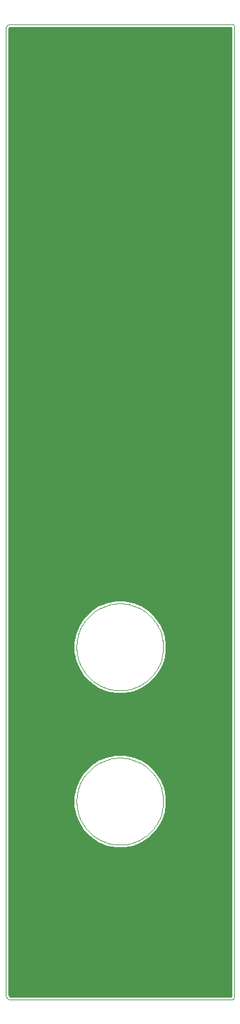
<source format=gbl>
G75*
%MOIN*%
%OFA0B0*%
%FSLAX24Y24*%
%IPPOS*%
%LPD*%
%AMOC8*
5,1,8,0,0,1.08239X$1,22.5*
%
%ADD10C,0.0000*%
%ADD11C,0.3200*%
%ADD12C,0.4000*%
%ADD13C,0.1660*%
%ADD14C,0.0100*%
D10*
X003260Y002648D02*
X003260Y052694D01*
X003262Y052724D01*
X003267Y052754D01*
X003276Y052783D01*
X003289Y052810D01*
X003304Y052836D01*
X003323Y052860D01*
X003344Y052881D01*
X003368Y052900D01*
X003394Y052915D01*
X003421Y052928D01*
X003450Y052937D01*
X003480Y052942D01*
X003510Y052944D01*
X015010Y052944D01*
X015030Y052942D01*
X015050Y052937D01*
X015068Y052928D01*
X015085Y052917D01*
X015099Y052903D01*
X015110Y052886D01*
X015119Y052868D01*
X015124Y052848D01*
X015126Y052828D01*
X015126Y002520D01*
X015124Y002500D01*
X015120Y002481D01*
X015112Y002462D01*
X015102Y002445D01*
X015089Y002430D01*
X015074Y002417D01*
X015057Y002407D01*
X015038Y002399D01*
X015019Y002395D01*
X014999Y002393D01*
X003515Y002393D01*
X003484Y002395D01*
X003454Y002400D01*
X003425Y002410D01*
X003396Y002422D01*
X003370Y002438D01*
X003346Y002457D01*
X003324Y002479D01*
X003305Y002503D01*
X003289Y002529D01*
X003277Y002558D01*
X003267Y002587D01*
X003262Y002617D01*
X003260Y002648D01*
X006943Y012669D02*
X006945Y012763D01*
X006951Y012857D01*
X006961Y012951D01*
X006975Y013044D01*
X006992Y013137D01*
X007014Y013229D01*
X007039Y013319D01*
X007068Y013409D01*
X007101Y013497D01*
X007138Y013584D01*
X007178Y013669D01*
X007221Y013753D01*
X007268Y013835D01*
X007319Y013914D01*
X007373Y013992D01*
X007430Y014067D01*
X007490Y014139D01*
X007553Y014209D01*
X007619Y014277D01*
X007687Y014341D01*
X007759Y014403D01*
X007833Y014461D01*
X007909Y014517D01*
X007987Y014569D01*
X008068Y014618D01*
X008151Y014663D01*
X008235Y014705D01*
X008321Y014743D01*
X008409Y014778D01*
X008498Y014809D01*
X008588Y014836D01*
X008679Y014860D01*
X008771Y014879D01*
X008864Y014895D01*
X008958Y014907D01*
X009052Y014915D01*
X009146Y014919D01*
X009240Y014919D01*
X009334Y014915D01*
X009428Y014907D01*
X009522Y014895D01*
X009615Y014879D01*
X009707Y014860D01*
X009798Y014836D01*
X009888Y014809D01*
X009977Y014778D01*
X010065Y014743D01*
X010151Y014705D01*
X010235Y014663D01*
X010318Y014618D01*
X010399Y014569D01*
X010477Y014517D01*
X010553Y014461D01*
X010627Y014403D01*
X010699Y014341D01*
X010767Y014277D01*
X010833Y014209D01*
X010896Y014139D01*
X010956Y014067D01*
X011013Y013992D01*
X011067Y013914D01*
X011118Y013835D01*
X011165Y013753D01*
X011208Y013669D01*
X011248Y013584D01*
X011285Y013497D01*
X011318Y013409D01*
X011347Y013319D01*
X011372Y013229D01*
X011394Y013137D01*
X011411Y013044D01*
X011425Y012951D01*
X011435Y012857D01*
X011441Y012763D01*
X011443Y012669D01*
X011441Y012575D01*
X011435Y012481D01*
X011425Y012387D01*
X011411Y012294D01*
X011394Y012201D01*
X011372Y012109D01*
X011347Y012019D01*
X011318Y011929D01*
X011285Y011841D01*
X011248Y011754D01*
X011208Y011669D01*
X011165Y011585D01*
X011118Y011503D01*
X011067Y011424D01*
X011013Y011346D01*
X010956Y011271D01*
X010896Y011199D01*
X010833Y011129D01*
X010767Y011061D01*
X010699Y010997D01*
X010627Y010935D01*
X010553Y010877D01*
X010477Y010821D01*
X010399Y010769D01*
X010318Y010720D01*
X010235Y010675D01*
X010151Y010633D01*
X010065Y010595D01*
X009977Y010560D01*
X009888Y010529D01*
X009798Y010502D01*
X009707Y010478D01*
X009615Y010459D01*
X009522Y010443D01*
X009428Y010431D01*
X009334Y010423D01*
X009240Y010419D01*
X009146Y010419D01*
X009052Y010423D01*
X008958Y010431D01*
X008864Y010443D01*
X008771Y010459D01*
X008679Y010478D01*
X008588Y010502D01*
X008498Y010529D01*
X008409Y010560D01*
X008321Y010595D01*
X008235Y010633D01*
X008151Y010675D01*
X008068Y010720D01*
X007987Y010769D01*
X007909Y010821D01*
X007833Y010877D01*
X007759Y010935D01*
X007687Y010997D01*
X007619Y011061D01*
X007553Y011129D01*
X007490Y011199D01*
X007430Y011271D01*
X007373Y011346D01*
X007319Y011424D01*
X007268Y011503D01*
X007221Y011585D01*
X007178Y011669D01*
X007138Y011754D01*
X007101Y011841D01*
X007068Y011929D01*
X007039Y012019D01*
X007014Y012109D01*
X006992Y012201D01*
X006975Y012294D01*
X006961Y012387D01*
X006951Y012481D01*
X006945Y012575D01*
X006943Y012669D01*
X006943Y020669D02*
X006945Y020763D01*
X006951Y020857D01*
X006961Y020951D01*
X006975Y021044D01*
X006992Y021137D01*
X007014Y021229D01*
X007039Y021319D01*
X007068Y021409D01*
X007101Y021497D01*
X007138Y021584D01*
X007178Y021669D01*
X007221Y021753D01*
X007268Y021835D01*
X007319Y021914D01*
X007373Y021992D01*
X007430Y022067D01*
X007490Y022139D01*
X007553Y022209D01*
X007619Y022277D01*
X007687Y022341D01*
X007759Y022403D01*
X007833Y022461D01*
X007909Y022517D01*
X007987Y022569D01*
X008068Y022618D01*
X008151Y022663D01*
X008235Y022705D01*
X008321Y022743D01*
X008409Y022778D01*
X008498Y022809D01*
X008588Y022836D01*
X008679Y022860D01*
X008771Y022879D01*
X008864Y022895D01*
X008958Y022907D01*
X009052Y022915D01*
X009146Y022919D01*
X009240Y022919D01*
X009334Y022915D01*
X009428Y022907D01*
X009522Y022895D01*
X009615Y022879D01*
X009707Y022860D01*
X009798Y022836D01*
X009888Y022809D01*
X009977Y022778D01*
X010065Y022743D01*
X010151Y022705D01*
X010235Y022663D01*
X010318Y022618D01*
X010399Y022569D01*
X010477Y022517D01*
X010553Y022461D01*
X010627Y022403D01*
X010699Y022341D01*
X010767Y022277D01*
X010833Y022209D01*
X010896Y022139D01*
X010956Y022067D01*
X011013Y021992D01*
X011067Y021914D01*
X011118Y021835D01*
X011165Y021753D01*
X011208Y021669D01*
X011248Y021584D01*
X011285Y021497D01*
X011318Y021409D01*
X011347Y021319D01*
X011372Y021229D01*
X011394Y021137D01*
X011411Y021044D01*
X011425Y020951D01*
X011435Y020857D01*
X011441Y020763D01*
X011443Y020669D01*
X011441Y020575D01*
X011435Y020481D01*
X011425Y020387D01*
X011411Y020294D01*
X011394Y020201D01*
X011372Y020109D01*
X011347Y020019D01*
X011318Y019929D01*
X011285Y019841D01*
X011248Y019754D01*
X011208Y019669D01*
X011165Y019585D01*
X011118Y019503D01*
X011067Y019424D01*
X011013Y019346D01*
X010956Y019271D01*
X010896Y019199D01*
X010833Y019129D01*
X010767Y019061D01*
X010699Y018997D01*
X010627Y018935D01*
X010553Y018877D01*
X010477Y018821D01*
X010399Y018769D01*
X010318Y018720D01*
X010235Y018675D01*
X010151Y018633D01*
X010065Y018595D01*
X009977Y018560D01*
X009888Y018529D01*
X009798Y018502D01*
X009707Y018478D01*
X009615Y018459D01*
X009522Y018443D01*
X009428Y018431D01*
X009334Y018423D01*
X009240Y018419D01*
X009146Y018419D01*
X009052Y018423D01*
X008958Y018431D01*
X008864Y018443D01*
X008771Y018459D01*
X008679Y018478D01*
X008588Y018502D01*
X008498Y018529D01*
X008409Y018560D01*
X008321Y018595D01*
X008235Y018633D01*
X008151Y018675D01*
X008068Y018720D01*
X007987Y018769D01*
X007909Y018821D01*
X007833Y018877D01*
X007759Y018935D01*
X007687Y018997D01*
X007619Y019061D01*
X007553Y019129D01*
X007490Y019199D01*
X007430Y019271D01*
X007373Y019346D01*
X007319Y019424D01*
X007268Y019503D01*
X007221Y019585D01*
X007178Y019669D01*
X007138Y019754D01*
X007101Y019841D01*
X007068Y019929D01*
X007039Y020019D01*
X007014Y020109D01*
X006992Y020201D01*
X006975Y020294D01*
X006961Y020387D01*
X006951Y020481D01*
X006945Y020575D01*
X006943Y020669D01*
D11*
X006437Y040169D03*
X006437Y044669D03*
D12*
X009193Y031169D03*
D13*
X007023Y051763D02*
X005363Y051763D01*
X005363Y003574D02*
X007023Y003574D01*
D14*
X003430Y003575D02*
X014956Y003575D01*
X014956Y003477D02*
X003430Y003477D01*
X003430Y003378D02*
X014956Y003378D01*
X014956Y003280D02*
X003430Y003280D01*
X003430Y003181D02*
X014956Y003181D01*
X014956Y003083D02*
X003430Y003083D01*
X003430Y002984D02*
X014956Y002984D01*
X014956Y002886D02*
X003430Y002886D01*
X003430Y002787D02*
X014956Y002787D01*
X014956Y002689D02*
X003430Y002689D01*
X003430Y002648D02*
X003432Y002626D01*
X003454Y002588D01*
X003493Y002566D01*
X003515Y002563D01*
X014956Y002563D01*
X014956Y052774D01*
X003510Y052774D01*
X003489Y052772D01*
X003453Y052751D01*
X003432Y052715D01*
X003430Y052694D01*
X003430Y002648D01*
X003453Y002590D02*
X014956Y002590D01*
X014956Y003674D02*
X003430Y003674D01*
X003430Y003772D02*
X014956Y003772D01*
X014956Y003871D02*
X003430Y003871D01*
X003430Y003969D02*
X014956Y003969D01*
X014956Y004068D02*
X003430Y004068D01*
X003430Y004166D02*
X014956Y004166D01*
X014956Y004265D02*
X003430Y004265D01*
X003430Y004363D02*
X014956Y004363D01*
X014956Y004462D02*
X003430Y004462D01*
X003430Y004560D02*
X014956Y004560D01*
X014956Y004659D02*
X003430Y004659D01*
X003430Y004757D02*
X014956Y004757D01*
X014956Y004856D02*
X003430Y004856D01*
X003430Y004954D02*
X014956Y004954D01*
X014956Y005053D02*
X003430Y005053D01*
X003430Y005151D02*
X014956Y005151D01*
X014956Y005250D02*
X003430Y005250D01*
X003430Y005348D02*
X014956Y005348D01*
X014956Y005447D02*
X003430Y005447D01*
X003430Y005545D02*
X014956Y005545D01*
X014956Y005644D02*
X003430Y005644D01*
X003430Y005742D02*
X014956Y005742D01*
X014956Y005841D02*
X003430Y005841D01*
X003430Y005939D02*
X014956Y005939D01*
X014956Y006038D02*
X003430Y006038D01*
X003430Y006136D02*
X014956Y006136D01*
X014956Y006235D02*
X003430Y006235D01*
X003430Y006333D02*
X014956Y006333D01*
X014956Y006432D02*
X003430Y006432D01*
X003430Y006530D02*
X014956Y006530D01*
X014956Y006629D02*
X003430Y006629D01*
X003430Y006727D02*
X014956Y006727D01*
X014956Y006826D02*
X003430Y006826D01*
X003430Y006924D02*
X014956Y006924D01*
X014956Y007023D02*
X003430Y007023D01*
X003430Y007121D02*
X014956Y007121D01*
X014956Y007220D02*
X003430Y007220D01*
X003430Y007318D02*
X014956Y007318D01*
X014956Y007417D02*
X003430Y007417D01*
X003430Y007515D02*
X014956Y007515D01*
X014956Y007614D02*
X003430Y007614D01*
X003430Y007712D02*
X014956Y007712D01*
X014956Y007811D02*
X003430Y007811D01*
X003430Y007909D02*
X014956Y007909D01*
X014956Y008008D02*
X003430Y008008D01*
X003430Y008106D02*
X014956Y008106D01*
X014956Y008205D02*
X003430Y008205D01*
X003430Y008303D02*
X014956Y008303D01*
X014956Y008402D02*
X003430Y008402D01*
X003430Y008500D02*
X014956Y008500D01*
X014956Y008599D02*
X003430Y008599D01*
X003430Y008697D02*
X014956Y008697D01*
X014956Y008796D02*
X003430Y008796D01*
X003430Y008894D02*
X014956Y008894D01*
X014956Y008993D02*
X003430Y008993D01*
X003430Y009091D02*
X014956Y009091D01*
X014956Y009190D02*
X003430Y009190D01*
X003430Y009288D02*
X014956Y009288D01*
X014956Y009387D02*
X003430Y009387D01*
X003430Y009485D02*
X014956Y009485D01*
X014956Y009584D02*
X003430Y009584D01*
X003430Y009682D02*
X014956Y009682D01*
X014956Y009781D02*
X003430Y009781D01*
X003430Y009879D02*
X014956Y009879D01*
X014956Y009978D02*
X003430Y009978D01*
X003430Y010076D02*
X014956Y010076D01*
X014956Y010175D02*
X003430Y010175D01*
X003430Y010273D02*
X008831Y010273D01*
X008954Y010249D02*
X008487Y010342D01*
X008046Y010524D01*
X007650Y010789D01*
X007313Y011126D01*
X007048Y011523D01*
X006866Y011963D01*
X006773Y012431D01*
X006773Y012907D01*
X006866Y013375D01*
X007048Y013815D01*
X007313Y014212D01*
X007650Y014549D01*
X008046Y014813D01*
X008487Y014996D01*
X008954Y015089D01*
X009431Y015089D01*
X009898Y014996D01*
X010339Y014813D01*
X010735Y014549D01*
X011072Y014212D01*
X011337Y013815D01*
X011520Y013375D01*
X011613Y012907D01*
X011613Y012431D01*
X011520Y011963D01*
X011337Y011523D01*
X011072Y011126D01*
X010735Y010789D01*
X010339Y010524D01*
X009898Y010342D01*
X009431Y010249D01*
X008954Y010249D01*
X008414Y010372D02*
X003430Y010372D01*
X003430Y010470D02*
X008177Y010470D01*
X007980Y010569D02*
X003430Y010569D01*
X003430Y010667D02*
X007832Y010667D01*
X007685Y010766D02*
X003430Y010766D01*
X003430Y010864D02*
X007575Y010864D01*
X007476Y010963D02*
X003430Y010963D01*
X003430Y011061D02*
X007378Y011061D01*
X007290Y011160D02*
X003430Y011160D01*
X003430Y011258D02*
X007225Y011258D01*
X007159Y011357D02*
X003430Y011357D01*
X003430Y011455D02*
X007093Y011455D01*
X007035Y011554D02*
X003430Y011554D01*
X003430Y011652D02*
X006994Y011652D01*
X006953Y011751D02*
X003430Y011751D01*
X003430Y011849D02*
X006913Y011849D01*
X006872Y011948D02*
X003430Y011948D01*
X003430Y012046D02*
X006849Y012046D01*
X006829Y012145D02*
X003430Y012145D01*
X003430Y012243D02*
X006810Y012243D01*
X006790Y012342D02*
X003430Y012342D01*
X003430Y012440D02*
X006773Y012440D01*
X006773Y012539D02*
X003430Y012539D01*
X003430Y012637D02*
X006773Y012637D01*
X006773Y012736D02*
X003430Y012736D01*
X003430Y012834D02*
X006773Y012834D01*
X006778Y012933D02*
X003430Y012933D01*
X003430Y013031D02*
X006797Y013031D01*
X006817Y013130D02*
X003430Y013130D01*
X003430Y013228D02*
X006836Y013228D01*
X006856Y013327D02*
X003430Y013327D01*
X003430Y013425D02*
X006887Y013425D01*
X006927Y013524D02*
X003430Y013524D01*
X003430Y013622D02*
X006968Y013622D01*
X007009Y013721D02*
X003430Y013721D01*
X003430Y013819D02*
X007051Y013819D01*
X007117Y013918D02*
X003430Y013918D01*
X003430Y014016D02*
X007182Y014016D01*
X007248Y014115D02*
X003430Y014115D01*
X003430Y014213D02*
X007315Y014213D01*
X007413Y014312D02*
X003430Y014312D01*
X003430Y014410D02*
X007512Y014410D01*
X007610Y014509D02*
X003430Y014509D01*
X003430Y014607D02*
X007738Y014607D01*
X007885Y014706D02*
X003430Y014706D01*
X003430Y014804D02*
X008033Y014804D01*
X008262Y014903D02*
X003430Y014903D01*
X003430Y015001D02*
X008514Y015001D01*
X009871Y015001D02*
X014956Y015001D01*
X014956Y014903D02*
X010123Y014903D01*
X010353Y014804D02*
X014956Y014804D01*
X014956Y014706D02*
X010500Y014706D01*
X010647Y014607D02*
X014956Y014607D01*
X014956Y014509D02*
X010775Y014509D01*
X010874Y014410D02*
X014956Y014410D01*
X014956Y014312D02*
X010972Y014312D01*
X011071Y014213D02*
X014956Y014213D01*
X014956Y014115D02*
X011137Y014115D01*
X011203Y014016D02*
X014956Y014016D01*
X014956Y013918D02*
X011269Y013918D01*
X011334Y013819D02*
X014956Y013819D01*
X014956Y013721D02*
X011376Y013721D01*
X011417Y013622D02*
X014956Y013622D01*
X014956Y013524D02*
X011458Y013524D01*
X011499Y013425D02*
X014956Y013425D01*
X014956Y013327D02*
X011529Y013327D01*
X011549Y013228D02*
X014956Y013228D01*
X014956Y013130D02*
X011568Y013130D01*
X011588Y013031D02*
X014956Y013031D01*
X014956Y012933D02*
X011607Y012933D01*
X011613Y012834D02*
X014956Y012834D01*
X014956Y012736D02*
X011613Y012736D01*
X011613Y012637D02*
X014956Y012637D01*
X014956Y012539D02*
X011613Y012539D01*
X011613Y012440D02*
X014956Y012440D01*
X014956Y012342D02*
X011595Y012342D01*
X011575Y012243D02*
X014956Y012243D01*
X014956Y012145D02*
X011556Y012145D01*
X011536Y012046D02*
X014956Y012046D01*
X014956Y011948D02*
X011513Y011948D01*
X011472Y011849D02*
X014956Y011849D01*
X014956Y011751D02*
X011432Y011751D01*
X011391Y011652D02*
X014956Y011652D01*
X014956Y011554D02*
X011350Y011554D01*
X011292Y011455D02*
X014956Y011455D01*
X014956Y011357D02*
X011226Y011357D01*
X011161Y011258D02*
X014956Y011258D01*
X014956Y011160D02*
X011095Y011160D01*
X011007Y011061D02*
X014956Y011061D01*
X014956Y010963D02*
X010909Y010963D01*
X010810Y010864D02*
X014956Y010864D01*
X014956Y010766D02*
X010700Y010766D01*
X010553Y010667D02*
X014956Y010667D01*
X014956Y010569D02*
X010405Y010569D01*
X010209Y010470D02*
X014956Y010470D01*
X014956Y010372D02*
X009971Y010372D01*
X009554Y010273D02*
X014956Y010273D01*
X014956Y015100D02*
X003430Y015100D01*
X003430Y015198D02*
X014956Y015198D01*
X014956Y015297D02*
X003430Y015297D01*
X003430Y015395D02*
X014956Y015395D01*
X014956Y015494D02*
X003430Y015494D01*
X003430Y015592D02*
X014956Y015592D01*
X014956Y015691D02*
X003430Y015691D01*
X003430Y015789D02*
X014956Y015789D01*
X014956Y015888D02*
X003430Y015888D01*
X003430Y015986D02*
X014956Y015986D01*
X014956Y016085D02*
X003430Y016085D01*
X003430Y016183D02*
X014956Y016183D01*
X014956Y016282D02*
X003430Y016282D01*
X003430Y016380D02*
X014956Y016380D01*
X014956Y016479D02*
X003430Y016479D01*
X003430Y016577D02*
X014956Y016577D01*
X014956Y016676D02*
X003430Y016676D01*
X003430Y016774D02*
X014956Y016774D01*
X014956Y016873D02*
X003430Y016873D01*
X003430Y016971D02*
X014956Y016971D01*
X014956Y017070D02*
X003430Y017070D01*
X003430Y017168D02*
X014956Y017168D01*
X014956Y017267D02*
X003430Y017267D01*
X003430Y017365D02*
X014956Y017365D01*
X014956Y017464D02*
X003430Y017464D01*
X003430Y017562D02*
X014956Y017562D01*
X014956Y017661D02*
X003430Y017661D01*
X003430Y017759D02*
X014956Y017759D01*
X014956Y017858D02*
X003430Y017858D01*
X003430Y017956D02*
X014956Y017956D01*
X014956Y018055D02*
X003430Y018055D01*
X003430Y018153D02*
X014956Y018153D01*
X014956Y018252D02*
X009446Y018252D01*
X009431Y018249D02*
X009898Y018342D01*
X010339Y018524D01*
X010735Y018789D01*
X011072Y019126D01*
X011337Y019523D01*
X011520Y019963D01*
X011613Y020431D01*
X011613Y020907D01*
X011520Y021375D01*
X011337Y021815D01*
X011072Y022212D01*
X010735Y022549D01*
X010339Y022813D01*
X009898Y022996D01*
X009431Y023089D01*
X008954Y023089D01*
X008487Y022996D01*
X008046Y022813D01*
X007650Y022549D01*
X007313Y022212D01*
X007048Y021815D01*
X006866Y021375D01*
X006773Y020907D01*
X006773Y020431D01*
X006866Y019963D01*
X007048Y019523D01*
X007313Y019126D01*
X007650Y018789D01*
X008046Y018524D01*
X008487Y018342D01*
X008954Y018249D01*
X009431Y018249D01*
X008939Y018252D02*
X003430Y018252D01*
X003430Y018350D02*
X008466Y018350D01*
X008228Y018449D02*
X003430Y018449D01*
X003430Y018547D02*
X008012Y018547D01*
X007864Y018646D02*
X003430Y018646D01*
X003430Y018744D02*
X007717Y018744D01*
X007596Y018843D02*
X003430Y018843D01*
X003430Y018941D02*
X007498Y018941D01*
X007399Y019040D02*
X003430Y019040D01*
X003430Y019138D02*
X007305Y019138D01*
X007239Y019237D02*
X003430Y019237D01*
X003430Y019335D02*
X007173Y019335D01*
X007107Y019434D02*
X003430Y019434D01*
X003430Y019532D02*
X007044Y019532D01*
X007003Y019631D02*
X003430Y019631D01*
X003430Y019729D02*
X006962Y019729D01*
X006922Y019828D02*
X003430Y019828D01*
X003430Y019926D02*
X006881Y019926D01*
X006853Y020025D02*
X003430Y020025D01*
X003430Y020123D02*
X006834Y020123D01*
X006814Y020222D02*
X003430Y020222D01*
X003430Y020320D02*
X006795Y020320D01*
X006775Y020419D02*
X003430Y020419D01*
X003430Y020517D02*
X006773Y020517D01*
X006773Y020616D02*
X003430Y020616D01*
X003430Y020714D02*
X006773Y020714D01*
X006773Y020813D02*
X003430Y020813D01*
X003430Y020911D02*
X006773Y020911D01*
X006793Y021010D02*
X003430Y021010D01*
X003430Y021108D02*
X006813Y021108D01*
X006832Y021207D02*
X003430Y021207D01*
X003430Y021305D02*
X006852Y021305D01*
X006878Y021404D02*
X003430Y021404D01*
X003430Y021502D02*
X006918Y021502D01*
X006959Y021601D02*
X003430Y021601D01*
X003430Y021699D02*
X007000Y021699D01*
X007041Y021798D02*
X003430Y021798D01*
X003430Y021896D02*
X007102Y021896D01*
X007168Y021995D02*
X003430Y021995D01*
X003430Y022093D02*
X007234Y022093D01*
X007300Y022192D02*
X003430Y022192D01*
X003430Y022290D02*
X007392Y022290D01*
X007490Y022389D02*
X003430Y022389D01*
X003430Y022487D02*
X007589Y022487D01*
X007706Y022586D02*
X003430Y022586D01*
X003430Y022684D02*
X007853Y022684D01*
X008000Y022783D02*
X003430Y022783D01*
X003430Y022881D02*
X008210Y022881D01*
X008448Y022980D02*
X003430Y022980D01*
X003430Y023078D02*
X008901Y023078D01*
X009484Y023078D02*
X014956Y023078D01*
X014956Y022980D02*
X009937Y022980D01*
X010175Y022881D02*
X014956Y022881D01*
X014956Y022783D02*
X010385Y022783D01*
X010532Y022684D02*
X014956Y022684D01*
X014956Y022586D02*
X010680Y022586D01*
X010797Y022487D02*
X014956Y022487D01*
X014956Y022389D02*
X010895Y022389D01*
X010994Y022290D02*
X014956Y022290D01*
X014956Y022192D02*
X011085Y022192D01*
X011151Y022093D02*
X014956Y022093D01*
X014956Y021995D02*
X011217Y021995D01*
X011283Y021896D02*
X014956Y021896D01*
X014956Y021798D02*
X011344Y021798D01*
X011385Y021699D02*
X014956Y021699D01*
X014956Y021601D02*
X011426Y021601D01*
X011467Y021502D02*
X014956Y021502D01*
X014956Y021404D02*
X011508Y021404D01*
X011533Y021305D02*
X014956Y021305D01*
X014956Y021207D02*
X011553Y021207D01*
X011573Y021108D02*
X014956Y021108D01*
X014956Y021010D02*
X011592Y021010D01*
X011612Y020911D02*
X014956Y020911D01*
X014956Y020813D02*
X011613Y020813D01*
X011613Y020714D02*
X014956Y020714D01*
X014956Y020616D02*
X011613Y020616D01*
X011613Y020517D02*
X014956Y020517D01*
X014956Y020419D02*
X011610Y020419D01*
X011591Y020320D02*
X014956Y020320D01*
X014956Y020222D02*
X011571Y020222D01*
X011551Y020123D02*
X014956Y020123D01*
X014956Y020025D02*
X011532Y020025D01*
X011504Y019926D02*
X014956Y019926D01*
X014956Y019828D02*
X011464Y019828D01*
X011423Y019729D02*
X014956Y019729D01*
X014956Y019631D02*
X011382Y019631D01*
X011341Y019532D02*
X014956Y019532D01*
X014956Y019434D02*
X011278Y019434D01*
X011212Y019335D02*
X014956Y019335D01*
X014956Y019237D02*
X011146Y019237D01*
X011080Y019138D02*
X014956Y019138D01*
X014956Y019040D02*
X010986Y019040D01*
X010887Y018941D02*
X014956Y018941D01*
X014956Y018843D02*
X010789Y018843D01*
X010668Y018744D02*
X014956Y018744D01*
X014956Y018646D02*
X010521Y018646D01*
X010373Y018547D02*
X014956Y018547D01*
X014956Y018449D02*
X010157Y018449D01*
X009919Y018350D02*
X014956Y018350D01*
X014956Y023177D02*
X003430Y023177D01*
X003430Y023275D02*
X014956Y023275D01*
X014956Y023374D02*
X003430Y023374D01*
X003430Y023472D02*
X014956Y023472D01*
X014956Y023571D02*
X003430Y023571D01*
X003430Y023669D02*
X014956Y023669D01*
X014956Y023768D02*
X003430Y023768D01*
X003430Y023866D02*
X014956Y023866D01*
X014956Y023965D02*
X003430Y023965D01*
X003430Y024063D02*
X014956Y024063D01*
X014956Y024162D02*
X003430Y024162D01*
X003430Y024260D02*
X014956Y024260D01*
X014956Y024359D02*
X003430Y024359D01*
X003430Y024457D02*
X014956Y024457D01*
X014956Y024556D02*
X003430Y024556D01*
X003430Y024654D02*
X014956Y024654D01*
X014956Y024753D02*
X003430Y024753D01*
X003430Y024851D02*
X014956Y024851D01*
X014956Y024950D02*
X003430Y024950D01*
X003430Y025048D02*
X014956Y025048D01*
X014956Y025147D02*
X003430Y025147D01*
X003430Y025245D02*
X014956Y025245D01*
X014956Y025344D02*
X003430Y025344D01*
X003430Y025442D02*
X014956Y025442D01*
X014956Y025541D02*
X003430Y025541D01*
X003430Y025639D02*
X014956Y025639D01*
X014956Y025738D02*
X003430Y025738D01*
X003430Y025836D02*
X014956Y025836D01*
X014956Y025935D02*
X003430Y025935D01*
X003430Y026033D02*
X014956Y026033D01*
X014956Y026132D02*
X003430Y026132D01*
X003430Y026230D02*
X014956Y026230D01*
X014956Y026329D02*
X003430Y026329D01*
X003430Y026427D02*
X014956Y026427D01*
X014956Y026526D02*
X003430Y026526D01*
X003430Y026624D02*
X014956Y026624D01*
X014956Y026723D02*
X003430Y026723D01*
X003430Y026821D02*
X014956Y026821D01*
X014956Y026920D02*
X003430Y026920D01*
X003430Y027018D02*
X014956Y027018D01*
X014956Y027117D02*
X003430Y027117D01*
X003430Y027215D02*
X014956Y027215D01*
X014956Y027314D02*
X003430Y027314D01*
X003430Y027412D02*
X014956Y027412D01*
X014956Y027511D02*
X003430Y027511D01*
X003430Y027609D02*
X014956Y027609D01*
X014956Y027708D02*
X003430Y027708D01*
X003430Y027806D02*
X014956Y027806D01*
X014956Y027905D02*
X003430Y027905D01*
X003430Y028003D02*
X014956Y028003D01*
X014956Y028102D02*
X003430Y028102D01*
X003430Y028200D02*
X014956Y028200D01*
X014956Y028299D02*
X003430Y028299D01*
X003430Y028397D02*
X014956Y028397D01*
X014956Y028496D02*
X003430Y028496D01*
X003430Y028594D02*
X014956Y028594D01*
X014956Y028693D02*
X003430Y028693D01*
X003430Y028791D02*
X014956Y028791D01*
X014956Y028890D02*
X003430Y028890D01*
X003430Y028988D02*
X014956Y028988D01*
X014956Y029087D02*
X003430Y029087D01*
X003430Y029185D02*
X014956Y029185D01*
X014956Y029284D02*
X003430Y029284D01*
X003430Y029382D02*
X014956Y029382D01*
X014956Y029481D02*
X003430Y029481D01*
X003430Y029579D02*
X014956Y029579D01*
X014956Y029678D02*
X003430Y029678D01*
X003430Y029776D02*
X014956Y029776D01*
X014956Y029875D02*
X003430Y029875D01*
X003430Y029973D02*
X014956Y029973D01*
X014956Y030072D02*
X003430Y030072D01*
X003430Y030170D02*
X014956Y030170D01*
X014956Y030269D02*
X003430Y030269D01*
X003430Y030367D02*
X014956Y030367D01*
X014956Y030466D02*
X003430Y030466D01*
X003430Y030564D02*
X014956Y030564D01*
X014956Y030663D02*
X003430Y030663D01*
X003430Y030761D02*
X014956Y030761D01*
X014956Y030860D02*
X003430Y030860D01*
X003430Y030958D02*
X014956Y030958D01*
X014956Y031057D02*
X003430Y031057D01*
X003430Y031155D02*
X014956Y031155D01*
X014956Y031254D02*
X003430Y031254D01*
X003430Y031352D02*
X014956Y031352D01*
X014956Y031451D02*
X003430Y031451D01*
X003430Y031549D02*
X014956Y031549D01*
X014956Y031648D02*
X003430Y031648D01*
X003430Y031746D02*
X014956Y031746D01*
X014956Y031845D02*
X003430Y031845D01*
X003430Y031943D02*
X014956Y031943D01*
X014956Y032042D02*
X003430Y032042D01*
X003430Y032140D02*
X014956Y032140D01*
X014956Y032239D02*
X003430Y032239D01*
X003430Y032337D02*
X014956Y032337D01*
X014956Y032436D02*
X003430Y032436D01*
X003430Y032534D02*
X014956Y032534D01*
X014956Y032633D02*
X003430Y032633D01*
X003430Y032731D02*
X014956Y032731D01*
X014956Y032830D02*
X003430Y032830D01*
X003430Y032928D02*
X014956Y032928D01*
X014956Y033027D02*
X003430Y033027D01*
X003430Y033125D02*
X014956Y033125D01*
X014956Y033224D02*
X003430Y033224D01*
X003430Y033322D02*
X014956Y033322D01*
X014956Y033421D02*
X003430Y033421D01*
X003430Y033519D02*
X014956Y033519D01*
X014956Y033618D02*
X003430Y033618D01*
X003430Y033716D02*
X014956Y033716D01*
X014956Y033815D02*
X003430Y033815D01*
X003430Y033913D02*
X014956Y033913D01*
X014956Y034012D02*
X003430Y034012D01*
X003430Y034110D02*
X014956Y034110D01*
X014956Y034209D02*
X003430Y034209D01*
X003430Y034307D02*
X014956Y034307D01*
X014956Y034406D02*
X003430Y034406D01*
X003430Y034504D02*
X014956Y034504D01*
X014956Y034603D02*
X003430Y034603D01*
X003430Y034701D02*
X014956Y034701D01*
X014956Y034800D02*
X003430Y034800D01*
X003430Y034898D02*
X014956Y034898D01*
X014956Y034997D02*
X003430Y034997D01*
X003430Y035095D02*
X014956Y035095D01*
X014956Y035194D02*
X003430Y035194D01*
X003430Y035292D02*
X014956Y035292D01*
X014956Y035391D02*
X003430Y035391D01*
X003430Y035489D02*
X014956Y035489D01*
X014956Y035588D02*
X003430Y035588D01*
X003430Y035686D02*
X014956Y035686D01*
X014956Y035785D02*
X003430Y035785D01*
X003430Y035883D02*
X014956Y035883D01*
X014956Y035982D02*
X003430Y035982D01*
X003430Y036080D02*
X014956Y036080D01*
X014956Y036179D02*
X003430Y036179D01*
X003430Y036277D02*
X014956Y036277D01*
X014956Y036376D02*
X003430Y036376D01*
X003430Y036474D02*
X014956Y036474D01*
X014956Y036573D02*
X003430Y036573D01*
X003430Y036671D02*
X014956Y036671D01*
X014956Y036770D02*
X003430Y036770D01*
X003430Y036868D02*
X014956Y036868D01*
X014956Y036967D02*
X003430Y036967D01*
X003430Y037065D02*
X014956Y037065D01*
X014956Y037164D02*
X003430Y037164D01*
X003430Y037262D02*
X014956Y037262D01*
X014956Y037361D02*
X003430Y037361D01*
X003430Y037459D02*
X014956Y037459D01*
X014956Y037558D02*
X003430Y037558D01*
X003430Y037656D02*
X014956Y037656D01*
X014956Y037755D02*
X003430Y037755D01*
X003430Y037853D02*
X014956Y037853D01*
X014956Y037952D02*
X003430Y037952D01*
X003430Y038050D02*
X014956Y038050D01*
X014956Y038149D02*
X003430Y038149D01*
X003430Y038247D02*
X014956Y038247D01*
X014956Y038346D02*
X003430Y038346D01*
X003430Y038444D02*
X014956Y038444D01*
X014956Y038543D02*
X003430Y038543D01*
X003430Y038641D02*
X014956Y038641D01*
X014956Y038740D02*
X003430Y038740D01*
X003430Y038838D02*
X014956Y038838D01*
X014956Y038937D02*
X003430Y038937D01*
X003430Y039035D02*
X014956Y039035D01*
X014956Y039134D02*
X003430Y039134D01*
X003430Y039232D02*
X014956Y039232D01*
X014956Y039331D02*
X003430Y039331D01*
X003430Y039429D02*
X014956Y039429D01*
X014956Y039528D02*
X003430Y039528D01*
X003430Y039626D02*
X014956Y039626D01*
X014956Y039725D02*
X003430Y039725D01*
X003430Y039823D02*
X014956Y039823D01*
X014956Y039922D02*
X003430Y039922D01*
X003430Y040020D02*
X014956Y040020D01*
X014956Y040119D02*
X003430Y040119D01*
X003430Y040217D02*
X014956Y040217D01*
X014956Y040316D02*
X003430Y040316D01*
X003430Y040414D02*
X014956Y040414D01*
X014956Y040513D02*
X003430Y040513D01*
X003430Y040611D02*
X014956Y040611D01*
X014956Y040710D02*
X003430Y040710D01*
X003430Y040808D02*
X014956Y040808D01*
X014956Y040907D02*
X003430Y040907D01*
X003430Y041005D02*
X014956Y041005D01*
X014956Y041104D02*
X003430Y041104D01*
X003430Y041202D02*
X014956Y041202D01*
X014956Y041301D02*
X003430Y041301D01*
X003430Y041399D02*
X014956Y041399D01*
X014956Y041498D02*
X003430Y041498D01*
X003430Y041596D02*
X014956Y041596D01*
X014956Y041695D02*
X003430Y041695D01*
X003430Y041793D02*
X014956Y041793D01*
X014956Y041892D02*
X003430Y041892D01*
X003430Y041990D02*
X014956Y041990D01*
X014956Y042089D02*
X003430Y042089D01*
X003430Y042187D02*
X014956Y042187D01*
X014956Y042286D02*
X003430Y042286D01*
X003430Y042384D02*
X014956Y042384D01*
X014956Y042483D02*
X003430Y042483D01*
X003430Y042581D02*
X014956Y042581D01*
X014956Y042680D02*
X003430Y042680D01*
X003430Y042778D02*
X014956Y042778D01*
X014956Y042877D02*
X003430Y042877D01*
X003430Y042975D02*
X014956Y042975D01*
X014956Y043074D02*
X003430Y043074D01*
X003430Y043172D02*
X014956Y043172D01*
X014956Y043271D02*
X003430Y043271D01*
X003430Y043369D02*
X014956Y043369D01*
X014956Y043468D02*
X003430Y043468D01*
X003430Y043566D02*
X014956Y043566D01*
X014956Y043665D02*
X003430Y043665D01*
X003430Y043763D02*
X014956Y043763D01*
X014956Y043862D02*
X003430Y043862D01*
X003430Y043960D02*
X014956Y043960D01*
X014956Y044059D02*
X003430Y044059D01*
X003430Y044157D02*
X014956Y044157D01*
X014956Y044256D02*
X003430Y044256D01*
X003430Y044354D02*
X014956Y044354D01*
X014956Y044453D02*
X003430Y044453D01*
X003430Y044551D02*
X014956Y044551D01*
X014956Y044650D02*
X003430Y044650D01*
X003430Y044748D02*
X014956Y044748D01*
X014956Y044847D02*
X003430Y044847D01*
X003430Y044945D02*
X014956Y044945D01*
X014956Y045044D02*
X003430Y045044D01*
X003430Y045142D02*
X014956Y045142D01*
X014956Y045241D02*
X003430Y045241D01*
X003430Y045339D02*
X014956Y045339D01*
X014956Y045438D02*
X003430Y045438D01*
X003430Y045536D02*
X014956Y045536D01*
X014956Y045635D02*
X003430Y045635D01*
X003430Y045733D02*
X014956Y045733D01*
X014956Y045832D02*
X003430Y045832D01*
X003430Y045930D02*
X014956Y045930D01*
X014956Y046029D02*
X003430Y046029D01*
X003430Y046127D02*
X014956Y046127D01*
X014956Y046226D02*
X003430Y046226D01*
X003430Y046324D02*
X014956Y046324D01*
X014956Y046423D02*
X003430Y046423D01*
X003430Y046521D02*
X014956Y046521D01*
X014956Y046620D02*
X003430Y046620D01*
X003430Y046718D02*
X014956Y046718D01*
X014956Y046817D02*
X003430Y046817D01*
X003430Y046915D02*
X014956Y046915D01*
X014956Y047014D02*
X003430Y047014D01*
X003430Y047112D02*
X014956Y047112D01*
X014956Y047211D02*
X003430Y047211D01*
X003430Y047309D02*
X014956Y047309D01*
X014956Y047408D02*
X003430Y047408D01*
X003430Y047506D02*
X014956Y047506D01*
X014956Y047605D02*
X003430Y047605D01*
X003430Y047703D02*
X014956Y047703D01*
X014956Y047802D02*
X003430Y047802D01*
X003430Y047900D02*
X014956Y047900D01*
X014956Y047999D02*
X003430Y047999D01*
X003430Y048097D02*
X014956Y048097D01*
X014956Y048196D02*
X003430Y048196D01*
X003430Y048294D02*
X014956Y048294D01*
X014956Y048393D02*
X003430Y048393D01*
X003430Y048491D02*
X014956Y048491D01*
X014956Y048590D02*
X003430Y048590D01*
X003430Y048688D02*
X014956Y048688D01*
X014956Y048787D02*
X003430Y048787D01*
X003430Y048885D02*
X014956Y048885D01*
X014956Y048984D02*
X003430Y048984D01*
X003430Y049082D02*
X014956Y049082D01*
X014956Y049181D02*
X003430Y049181D01*
X003430Y049279D02*
X014956Y049279D01*
X014956Y049378D02*
X003430Y049378D01*
X003430Y049476D02*
X014956Y049476D01*
X014956Y049575D02*
X003430Y049575D01*
X003430Y049673D02*
X014956Y049673D01*
X014956Y049772D02*
X003430Y049772D01*
X003430Y049870D02*
X014956Y049870D01*
X014956Y049969D02*
X003430Y049969D01*
X003430Y050067D02*
X014956Y050067D01*
X014956Y050166D02*
X003430Y050166D01*
X003430Y050264D02*
X014956Y050264D01*
X014956Y050363D02*
X003430Y050363D01*
X003430Y050461D02*
X014956Y050461D01*
X014956Y050560D02*
X003430Y050560D01*
X003430Y050658D02*
X014956Y050658D01*
X014956Y050757D02*
X003430Y050757D01*
X003430Y050855D02*
X014956Y050855D01*
X014956Y050954D02*
X003430Y050954D01*
X003430Y051052D02*
X014956Y051052D01*
X014956Y051151D02*
X003430Y051151D01*
X003430Y051249D02*
X014956Y051249D01*
X014956Y051348D02*
X003430Y051348D01*
X003430Y051446D02*
X014956Y051446D01*
X014956Y051545D02*
X003430Y051545D01*
X003430Y051643D02*
X014956Y051643D01*
X014956Y051742D02*
X003430Y051742D01*
X003430Y051840D02*
X014956Y051840D01*
X014956Y051939D02*
X003430Y051939D01*
X003430Y052037D02*
X014956Y052037D01*
X014956Y052136D02*
X003430Y052136D01*
X003430Y052234D02*
X014956Y052234D01*
X014956Y052333D02*
X003430Y052333D01*
X003430Y052431D02*
X014956Y052431D01*
X014956Y052530D02*
X003430Y052530D01*
X003430Y052628D02*
X014956Y052628D01*
X014956Y052727D02*
X003439Y052727D01*
M02*

</source>
